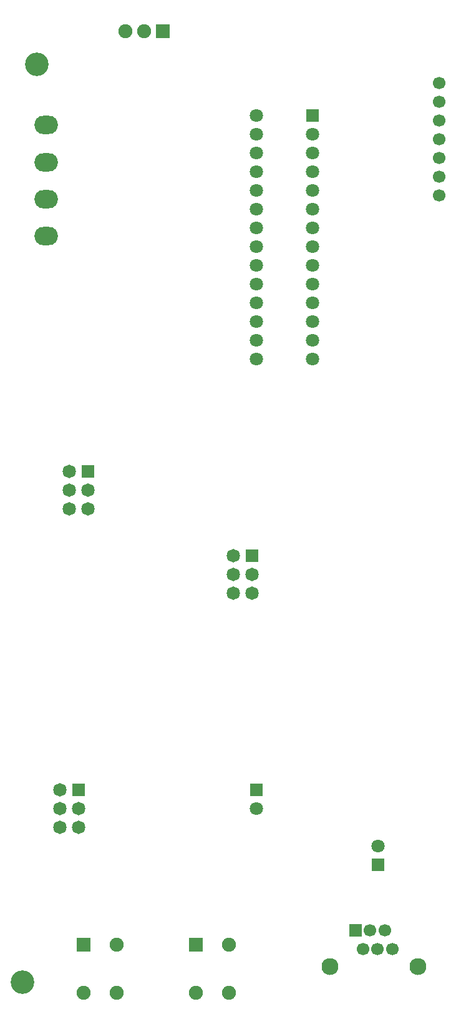
<source format=gbr>
G04 DipTrace 3.0.0.1*
G04 TopMask.gbr*
%MOMM*%
G04 #@! TF.FileFunction,Soldermask,Top*
G04 #@! TF.Part,Single*
%ADD32R,1.7X1.7*%
%ADD33C,1.7*%
%ADD43C,3.2*%
%ADD44C,2.3*%
%ADD62C,1.9*%
%ADD63R,1.9X1.9*%
%ADD64O,3.2X2.5*%
%ADD66R,1.82X1.82*%
%ADD68C,1.82*%
%ADD74C,1.8*%
%ADD76R,1.8X1.8*%
%FSLAX35Y35*%
G04*
G71*
G90*
G75*
G01*
G04 TopMask*
%LPD*%
D76*
X5207000Y2032000D3*
D74*
Y2286000D3*
D76*
X3556000Y3048000D3*
D74*
Y2794000D3*
D43*
X571500Y12890500D3*
X381000Y444500D3*
D68*
X1016000Y7366000D3*
Y7112000D3*
Y6858000D3*
X1270000D3*
Y7112000D3*
D66*
Y7366000D3*
D68*
X3238500Y6223000D3*
Y5969000D3*
Y5715000D3*
X3492500D3*
Y5969000D3*
D66*
Y6223000D3*
D64*
X698500Y12065000D3*
Y11065000D3*
Y11565000D3*
Y10565000D3*
D63*
X2286000Y13335000D3*
D62*
X2032000D3*
X1778000D3*
D33*
X5397500Y889000D3*
X5297500Y1143000D3*
X5197500Y889000D3*
X5097500Y1143000D3*
X4997500Y889000D3*
D32*
X4897500Y1143000D3*
D44*
X5742500Y659000D3*
X4552500D3*
D68*
X889000Y3048000D3*
Y2794000D3*
Y2540000D3*
X1143000D3*
Y2794000D3*
D66*
Y3048000D3*
D63*
X1206500Y952500D3*
D62*
X1656500D3*
Y302500D3*
X1206500D3*
D63*
X2730500Y952500D3*
D62*
X3180500D3*
Y302500D3*
X2730500D3*
D33*
X6032500Y11112500D3*
Y11366500D3*
Y11620500D3*
Y11874500D3*
Y12128500D3*
Y12382500D3*
Y12636500D3*
D76*
X4318000Y12192000D3*
D74*
Y11938000D3*
Y11684000D3*
Y11430000D3*
Y11176000D3*
Y10922000D3*
Y10668000D3*
Y10414000D3*
Y10160000D3*
Y9906000D3*
Y9652000D3*
Y9398000D3*
Y9144000D3*
Y8890000D3*
X3556000D3*
Y9144000D3*
Y9398000D3*
Y9652000D3*
Y9906000D3*
Y10160000D3*
Y10414000D3*
Y10668000D3*
Y10922000D3*
Y11176000D3*
Y11430000D3*
Y11684000D3*
Y11938000D3*
Y12192000D3*
M02*

</source>
